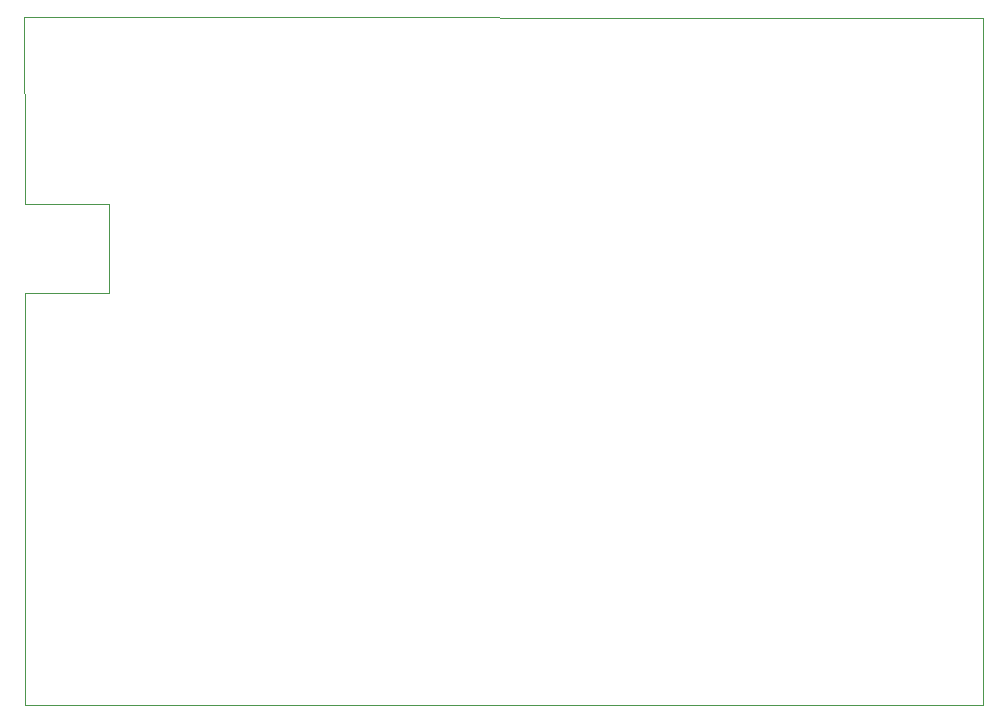
<source format=gbr>
%TF.GenerationSoftware,KiCad,Pcbnew,7.0.2-0*%
%TF.CreationDate,2023-08-11T14:32:49-04:00*%
%TF.ProjectId,data_logger,64617461-5f6c-46f6-9767-65722e6b6963,rev?*%
%TF.SameCoordinates,Original*%
%TF.FileFunction,Profile,NP*%
%FSLAX46Y46*%
G04 Gerber Fmt 4.6, Leading zero omitted, Abs format (unit mm)*
G04 Created by KiCad (PCBNEW 7.0.2-0) date 2023-08-11 14:32:49*
%MOMM*%
%LPD*%
G01*
G04 APERTURE LIST*
%TA.AperFunction,Profile*%
%ADD10C,0.050000*%
%TD*%
G04 APERTURE END LIST*
D10*
X98046496Y-14781400D02*
X98046496Y-72947400D01*
X16893496Y-72947400D01*
X16893496Y-45261400D01*
X16893496Y-40943400D01*
X16893496Y-38091400D01*
X24005496Y-38091400D01*
X24005496Y-30587400D01*
X16893496Y-30587400D01*
X16891600Y-27608400D01*
X16870000Y-14770000D01*
X98046496Y-14781400D01*
M02*

</source>
